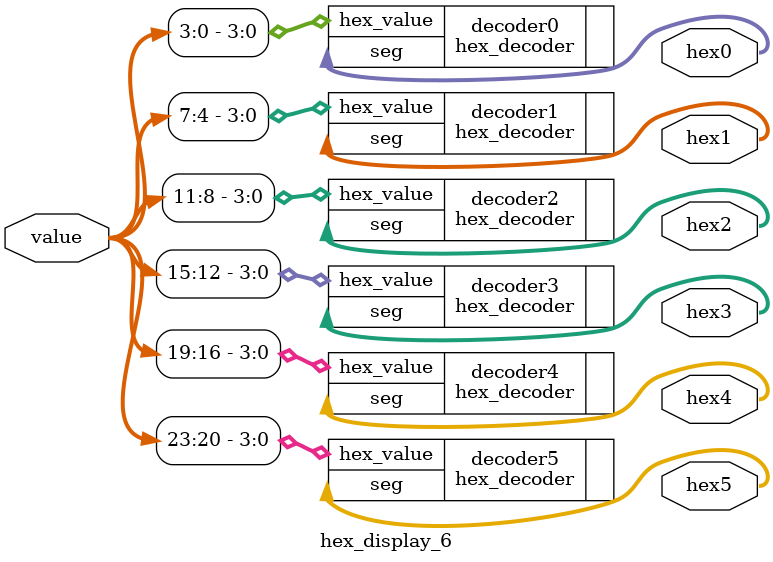
<source format=sv>
module hex_display_6 (
    input  logic [23:0] value,          // Valor de 24 bits a mostrar
    output logic [6:0]  hex0,           // Display 0 (LSB)
    output logic [6:0]  hex1,           // Display 1
    output logic [6:0]  hex2,           // Display 2
    output logic [6:0]  hex3,           // Display 3
    output logic [6:0]  hex4,           // Display 4
    output logic [6:0]  hex5            // Display 5 (MSB)
);

    // Instanciar 6 decodificadores hexadecimales
    hex_decoder decoder0 (.hex_value(value[3:0]),   .seg(hex0));
    hex_decoder decoder1 (.hex_value(value[7:4]),   .seg(hex1));
    hex_decoder decoder2 (.hex_value(value[11:8]),  .seg(hex2));
    hex_decoder decoder3 (.hex_value(value[15:12]), .seg(hex3));
    hex_decoder decoder4 (.hex_value(value[19:16]), .seg(hex4));
    hex_decoder decoder5 (.hex_value(value[23:20]), .seg(hex5));

endmodule
</source>
